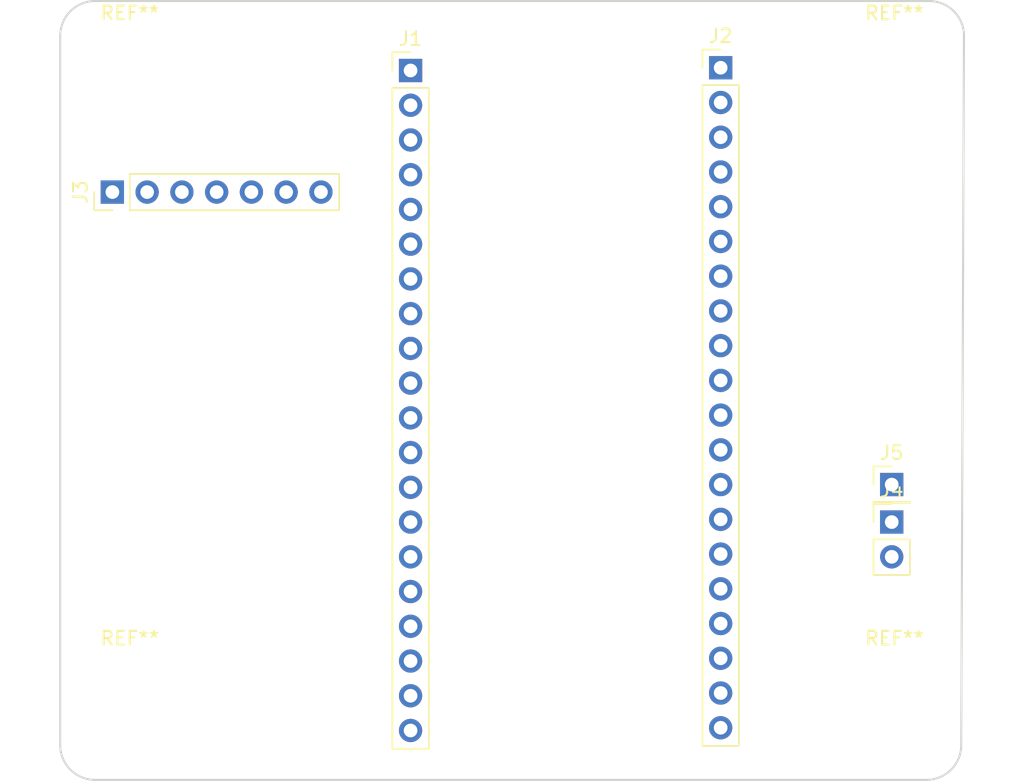
<source format=kicad_pcb>
(kicad_pcb (version 20171130) (host pcbnew 5.1.8-db9833491~88~ubuntu20.04.1)

  (general
    (thickness 1.6)
    (drawings 8)
    (tracks 0)
    (zones 0)
    (modules 9)
    (nets 42)
  )

  (page A4)
  (layers
    (0 F.Cu signal)
    (31 B.Cu signal)
    (32 B.Adhes user)
    (33 F.Adhes user)
    (34 B.Paste user)
    (35 F.Paste user)
    (36 B.SilkS user)
    (37 F.SilkS user)
    (38 B.Mask user)
    (39 F.Mask user)
    (40 Dwgs.User user)
    (41 Cmts.User user)
    (42 Eco1.User user)
    (43 Eco2.User user)
    (44 Edge.Cuts user)
    (45 Margin user)
    (46 B.CrtYd user)
    (47 F.CrtYd user)
    (48 B.Fab user)
    (49 F.Fab user)
  )

  (setup
    (last_trace_width 0.25)
    (user_trace_width 1)
    (trace_clearance 0.2)
    (zone_clearance 0.508)
    (zone_45_only no)
    (trace_min 0.2)
    (via_size 0.8)
    (via_drill 0.4)
    (via_min_size 0.4)
    (via_min_drill 0.3)
    (uvia_size 0.3)
    (uvia_drill 0.1)
    (uvias_allowed no)
    (uvia_min_size 0.2)
    (uvia_min_drill 0.1)
    (edge_width 0.05)
    (segment_width 0.2)
    (pcb_text_width 0.3)
    (pcb_text_size 1.5 1.5)
    (mod_edge_width 0.12)
    (mod_text_size 1 1)
    (mod_text_width 0.15)
    (pad_size 1.524 1.524)
    (pad_drill 0.762)
    (pad_to_mask_clearance 0)
    (aux_axis_origin 0 0)
    (visible_elements FFFFFF7F)
    (pcbplotparams
      (layerselection 0x01000_fffffffe)
      (usegerberextensions false)
      (usegerberattributes true)
      (usegerberadvancedattributes true)
      (creategerberjobfile true)
      (excludeedgelayer true)
      (linewidth 0.100000)
      (plotframeref false)
      (viasonmask false)
      (mode 1)
      (useauxorigin false)
      (hpglpennumber 1)
      (hpglpenspeed 20)
      (hpglpendiameter 15.000000)
      (psnegative false)
      (psa4output false)
      (plotreference true)
      (plotvalue true)
      (plotinvisibletext false)
      (padsonsilk false)
      (subtractmaskfromsilk false)
      (outputformat 1)
      (mirror false)
      (drillshape 0)
      (scaleselection 1)
      (outputdirectory ""))
  )

  (net 0 "")
  (net 1 "Net-(J1-Pad20)")
  (net 2 "Net-(J1-Pad19)")
  (net 3 "Net-(J1-Pad18)")
  (net 4 "Net-(J1-Pad17)")
  (net 5 "Net-(J1-Pad16)")
  (net 6 "Net-(J1-Pad15)")
  (net 7 "Net-(J1-Pad14)")
  (net 8 "Net-(J1-Pad13)")
  (net 9 "Net-(J1-Pad12)")
  (net 10 "Net-(J1-Pad11)")
  (net 11 "Net-(J1-Pad10)")
  (net 12 "Net-(J1-Pad9)")
  (net 13 "Net-(J1-Pad8)")
  (net 14 "Net-(J1-Pad7)")
  (net 15 "Net-(J1-Pad6)")
  (net 16 "Net-(J1-Pad5)")
  (net 17 "Net-(J1-Pad4)")
  (net 18 "Net-(J1-Pad3)")
  (net 19 "Net-(J1-Pad2)")
  (net 20 "Net-(J1-Pad1)")
  (net 21 "Net-(J2-Pad20)")
  (net 22 "Net-(J2-Pad19)")
  (net 23 "Net-(J2-Pad18)")
  (net 24 "Net-(J2-Pad17)")
  (net 25 "Net-(J2-Pad16)")
  (net 26 "Net-(J2-Pad15)")
  (net 27 "Net-(J2-Pad14)")
  (net 28 "Net-(J2-Pad13)")
  (net 29 "Net-(J2-Pad12)")
  (net 30 "Net-(J2-Pad11)")
  (net 31 "Net-(J2-Pad10)")
  (net 32 "Net-(J2-Pad9)")
  (net 33 "Net-(J2-Pad8)")
  (net 34 "Net-(J2-Pad7)")
  (net 35 "Net-(J2-Pad6)")
  (net 36 "Net-(J2-Pad5)")
  (net 37 "Net-(J2-Pad4)")
  (net 38 "Net-(J2-Pad3)")
  (net 39 "Net-(J2-Pad2)")
  (net 40 "Net-(J2-Pad1)")
  (net 41 "Net-(J3-Pad3)")

  (net_class Default "This is the default net class."
    (clearance 0.2)
    (trace_width 0.25)
    (via_dia 0.8)
    (via_drill 0.4)
    (uvia_dia 0.3)
    (uvia_drill 0.1)
    (add_net "Net-(J1-Pad1)")
    (add_net "Net-(J1-Pad10)")
    (add_net "Net-(J1-Pad11)")
    (add_net "Net-(J1-Pad12)")
    (add_net "Net-(J1-Pad13)")
    (add_net "Net-(J1-Pad14)")
    (add_net "Net-(J1-Pad15)")
    (add_net "Net-(J1-Pad16)")
    (add_net "Net-(J1-Pad17)")
    (add_net "Net-(J1-Pad18)")
    (add_net "Net-(J1-Pad19)")
    (add_net "Net-(J1-Pad2)")
    (add_net "Net-(J1-Pad20)")
    (add_net "Net-(J1-Pad3)")
    (add_net "Net-(J1-Pad4)")
    (add_net "Net-(J1-Pad5)")
    (add_net "Net-(J1-Pad6)")
    (add_net "Net-(J1-Pad7)")
    (add_net "Net-(J1-Pad8)")
    (add_net "Net-(J1-Pad9)")
    (add_net "Net-(J2-Pad1)")
    (add_net "Net-(J2-Pad10)")
    (add_net "Net-(J2-Pad11)")
    (add_net "Net-(J2-Pad12)")
    (add_net "Net-(J2-Pad13)")
    (add_net "Net-(J2-Pad14)")
    (add_net "Net-(J2-Pad15)")
    (add_net "Net-(J2-Pad16)")
    (add_net "Net-(J2-Pad17)")
    (add_net "Net-(J2-Pad18)")
    (add_net "Net-(J2-Pad19)")
    (add_net "Net-(J2-Pad2)")
    (add_net "Net-(J2-Pad20)")
    (add_net "Net-(J2-Pad3)")
    (add_net "Net-(J2-Pad4)")
    (add_net "Net-(J2-Pad5)")
    (add_net "Net-(J2-Pad6)")
    (add_net "Net-(J2-Pad7)")
    (add_net "Net-(J2-Pad8)")
    (add_net "Net-(J2-Pad9)")
    (add_net "Net-(J3-Pad3)")
  )

  (module MountingHole:MountingHole_3.2mm_M3 (layer F.Cu) (tedit 56D1B4CB) (tstamp 5FC2F0A9)
    (at -5.08 -6.35)
    (descr "Mounting Hole 3.2mm, no annular, M3")
    (tags "mounting hole 3.2mm no annular m3")
    (attr virtual)
    (fp_text reference REF** (at 0 -4.2) (layer F.SilkS)
      (effects (font (size 1 1) (thickness 0.15)))
    )
    (fp_text value MountingHole_3.2mm_M3 (at 0 4.2) (layer F.Fab)
      (effects (font (size 1 1) (thickness 0.15)))
    )
    (fp_circle (center 0 0) (end 3.2 0) (layer Cmts.User) (width 0.15))
    (fp_circle (center 0 0) (end 3.45 0) (layer F.CrtYd) (width 0.05))
    (fp_text user %R (at 0.3 0) (layer F.Fab)
      (effects (font (size 1 1) (thickness 0.15)))
    )
    (pad 1 np_thru_hole circle (at 0 0) (size 3.2 3.2) (drill 3.2) (layers *.Cu *.Mask))
  )

  (module MountingHole:MountingHole_3.2mm_M3 (layer F.Cu) (tedit 56D1B4CB) (tstamp 5FC2F08C)
    (at -60.96 -6.35)
    (descr "Mounting Hole 3.2mm, no annular, M3")
    (tags "mounting hole 3.2mm no annular m3")
    (attr virtual)
    (fp_text reference REF** (at 0 -4.2) (layer F.SilkS)
      (effects (font (size 1 1) (thickness 0.15)))
    )
    (fp_text value MountingHole_3.2mm_M3 (at 0 4.2) (layer F.Fab)
      (effects (font (size 1 1) (thickness 0.15)))
    )
    (fp_circle (center 0 0) (end 3.2 0) (layer Cmts.User) (width 0.15))
    (fp_circle (center 0 0) (end 3.45 0) (layer F.CrtYd) (width 0.05))
    (fp_text user %R (at 0.3 0) (layer F.Fab)
      (effects (font (size 1 1) (thickness 0.15)))
    )
    (pad 1 np_thru_hole circle (at 0 0) (size 3.2 3.2) (drill 3.2) (layers *.Cu *.Mask))
  )

  (module MountingHole:MountingHole_3.2mm_M3 (layer F.Cu) (tedit 56D1B4CB) (tstamp 5FC2F053)
    (at -60.96 -52.07)
    (descr "Mounting Hole 3.2mm, no annular, M3")
    (tags "mounting hole 3.2mm no annular m3")
    (attr virtual)
    (fp_text reference REF** (at 0 -4.2) (layer F.SilkS)
      (effects (font (size 1 1) (thickness 0.15)))
    )
    (fp_text value MountingHole_3.2mm_M3 (at 0 4.2) (layer F.Fab)
      (effects (font (size 1 1) (thickness 0.15)))
    )
    (fp_circle (center 0 0) (end 3.2 0) (layer Cmts.User) (width 0.15))
    (fp_circle (center 0 0) (end 3.45 0) (layer F.CrtYd) (width 0.05))
    (fp_text user %R (at 0.3 0) (layer F.Fab)
      (effects (font (size 1 1) (thickness 0.15)))
    )
    (pad 1 np_thru_hole circle (at 0 0) (size 3.2 3.2) (drill 3.2) (layers *.Cu *.Mask))
  )

  (module MountingHole:MountingHole_3.2mm_M3 (layer F.Cu) (tedit 56D1B4CB) (tstamp 5FC2F035)
    (at -5.08 -52.07)
    (descr "Mounting Hole 3.2mm, no annular, M3")
    (tags "mounting hole 3.2mm no annular m3")
    (attr virtual)
    (fp_text reference REF** (at 0 -4.2) (layer F.SilkS)
      (effects (font (size 1 1) (thickness 0.15)))
    )
    (fp_text value MountingHole_3.2mm_M3 (at 0 4.2) (layer F.Fab)
      (effects (font (size 1 1) (thickness 0.15)))
    )
    (fp_circle (center 0 0) (end 3.2 0) (layer Cmts.User) (width 0.15))
    (fp_circle (center 0 0) (end 3.45 0) (layer F.CrtYd) (width 0.05))
    (fp_text user %R (at 0.3 0) (layer F.Fab)
      (effects (font (size 1 1) (thickness 0.15)))
    )
    (pad 1 np_thru_hole circle (at 0 0) (size 3.2 3.2) (drill 3.2) (layers *.Cu *.Mask))
  )

  (module Connector_PinHeader_2.54mm:PinHeader_1x01_P2.54mm_Vertical (layer F.Cu) (tedit 59FED5CC) (tstamp 5FC0ADAD)
    (at -5.28 -21.79)
    (descr "Through hole straight pin header, 1x01, 2.54mm pitch, single row")
    (tags "Through hole pin header THT 1x01 2.54mm single row")
    (path /5FC0C89E)
    (fp_text reference J5 (at 0 -2.33) (layer F.SilkS)
      (effects (font (size 1 1) (thickness 0.15)))
    )
    (fp_text value ToTouchPlate (at 0 2.33) (layer F.Fab)
      (effects (font (size 1 1) (thickness 0.15)))
    )
    (fp_line (start -0.635 -1.27) (end 1.27 -1.27) (layer F.Fab) (width 0.1))
    (fp_line (start 1.27 -1.27) (end 1.27 1.27) (layer F.Fab) (width 0.1))
    (fp_line (start 1.27 1.27) (end -1.27 1.27) (layer F.Fab) (width 0.1))
    (fp_line (start -1.27 1.27) (end -1.27 -0.635) (layer F.Fab) (width 0.1))
    (fp_line (start -1.27 -0.635) (end -0.635 -1.27) (layer F.Fab) (width 0.1))
    (fp_line (start -1.33 1.33) (end 1.33 1.33) (layer F.SilkS) (width 0.12))
    (fp_line (start -1.33 1.27) (end -1.33 1.33) (layer F.SilkS) (width 0.12))
    (fp_line (start 1.33 1.27) (end 1.33 1.33) (layer F.SilkS) (width 0.12))
    (fp_line (start -1.33 1.27) (end 1.33 1.27) (layer F.SilkS) (width 0.12))
    (fp_line (start -1.33 0) (end -1.33 -1.33) (layer F.SilkS) (width 0.12))
    (fp_line (start -1.33 -1.33) (end 0 -1.33) (layer F.SilkS) (width 0.12))
    (fp_line (start -1.8 -1.8) (end -1.8 1.8) (layer F.CrtYd) (width 0.05))
    (fp_line (start -1.8 1.8) (end 1.8 1.8) (layer F.CrtYd) (width 0.05))
    (fp_line (start 1.8 1.8) (end 1.8 -1.8) (layer F.CrtYd) (width 0.05))
    (fp_line (start 1.8 -1.8) (end -1.8 -1.8) (layer F.CrtYd) (width 0.05))
    (fp_text user %R (at 0 0 90) (layer F.Fab)
      (effects (font (size 1 1) (thickness 0.15)))
    )
    (pad 1 thru_hole rect (at 0 0) (size 1.7 1.7) (drill 1) (layers *.Cu *.Mask)
      (net 28 "Net-(J2-Pad13)"))
    (model ${KISYS3DMOD}/Connector_PinHeader_2.54mm.3dshapes/PinHeader_1x01_P2.54mm_Vertical.wrl
      (at (xyz 0 0 0))
      (scale (xyz 1 1 1))
      (rotate (xyz 0 0 0))
    )
  )

  (module Connector_PinHeader_2.54mm:PinHeader_1x02_P2.54mm_Vertical (layer F.Cu) (tedit 59FED5CC) (tstamp 5FC0B3DA)
    (at -5.28 -19.05)
    (descr "Through hole straight pin header, 1x02, 2.54mm pitch, single row")
    (tags "Through hole pin header THT 1x02 2.54mm single row")
    (path /5FC0CC94)
    (fp_text reference J4 (at 0 -2.33) (layer F.SilkS)
      (effects (font (size 1 1) (thickness 0.15)))
    )
    (fp_text value ToConfigBtn (at 0 4.87) (layer F.Fab)
      (effects (font (size 1 1) (thickness 0.15)))
    )
    (fp_line (start -0.635 -1.27) (end 1.27 -1.27) (layer F.Fab) (width 0.1))
    (fp_line (start 1.27 -1.27) (end 1.27 3.81) (layer F.Fab) (width 0.1))
    (fp_line (start 1.27 3.81) (end -1.27 3.81) (layer F.Fab) (width 0.1))
    (fp_line (start -1.27 3.81) (end -1.27 -0.635) (layer F.Fab) (width 0.1))
    (fp_line (start -1.27 -0.635) (end -0.635 -1.27) (layer F.Fab) (width 0.1))
    (fp_line (start -1.33 3.87) (end 1.33 3.87) (layer F.SilkS) (width 0.12))
    (fp_line (start -1.33 1.27) (end -1.33 3.87) (layer F.SilkS) (width 0.12))
    (fp_line (start 1.33 1.27) (end 1.33 3.87) (layer F.SilkS) (width 0.12))
    (fp_line (start -1.33 1.27) (end 1.33 1.27) (layer F.SilkS) (width 0.12))
    (fp_line (start -1.33 0) (end -1.33 -1.33) (layer F.SilkS) (width 0.12))
    (fp_line (start -1.33 -1.33) (end 0 -1.33) (layer F.SilkS) (width 0.12))
    (fp_line (start -1.8 -1.8) (end -1.8 4.35) (layer F.CrtYd) (width 0.05))
    (fp_line (start -1.8 4.35) (end 1.8 4.35) (layer F.CrtYd) (width 0.05))
    (fp_line (start 1.8 4.35) (end 1.8 -1.8) (layer F.CrtYd) (width 0.05))
    (fp_line (start 1.8 -1.8) (end -1.8 -1.8) (layer F.CrtYd) (width 0.05))
    (fp_text user %R (at 0 1.27 90) (layer F.Fab)
      (effects (font (size 1 1) (thickness 0.15)))
    )
    (pad 2 thru_hole oval (at 0 2.54) (size 1.7 1.7) (drill 1) (layers *.Cu *.Mask)
      (net 24 "Net-(J2-Pad17)"))
    (pad 1 thru_hole rect (at 0 0) (size 1.7 1.7) (drill 1) (layers *.Cu *.Mask)
      (net 26 "Net-(J2-Pad15)"))
    (model ${KISYS3DMOD}/Connector_PinHeader_2.54mm.3dshapes/PinHeader_1x02_P2.54mm_Vertical.wrl
      (at (xyz 0 0 0))
      (scale (xyz 1 1 1))
      (rotate (xyz 0 0 0))
    )
  )

  (module Connector_PinHeader_2.54mm:PinHeader_1x07_P2.54mm_Vertical (layer F.Cu) (tedit 59FED5CC) (tstamp 5FC0AD82)
    (at -62.23 -43.18 90)
    (descr "Through hole straight pin header, 1x07, 2.54mm pitch, single row")
    (tags "Through hole pin header THT 1x07 2.54mm single row")
    (path /5FC0835B)
    (fp_text reference J3 (at 0 -2.33 90) (layer F.SilkS)
      (effects (font (size 1 1) (thickness 0.15)))
    )
    (fp_text value I2SBoard (at 0 17.57 90) (layer F.Fab)
      (effects (font (size 1 1) (thickness 0.15)))
    )
    (fp_line (start -0.635 -1.27) (end 1.27 -1.27) (layer F.Fab) (width 0.1))
    (fp_line (start 1.27 -1.27) (end 1.27 16.51) (layer F.Fab) (width 0.1))
    (fp_line (start 1.27 16.51) (end -1.27 16.51) (layer F.Fab) (width 0.1))
    (fp_line (start -1.27 16.51) (end -1.27 -0.635) (layer F.Fab) (width 0.1))
    (fp_line (start -1.27 -0.635) (end -0.635 -1.27) (layer F.Fab) (width 0.1))
    (fp_line (start -1.33 16.57) (end 1.33 16.57) (layer F.SilkS) (width 0.12))
    (fp_line (start -1.33 1.27) (end -1.33 16.57) (layer F.SilkS) (width 0.12))
    (fp_line (start 1.33 1.27) (end 1.33 16.57) (layer F.SilkS) (width 0.12))
    (fp_line (start -1.33 1.27) (end 1.33 1.27) (layer F.SilkS) (width 0.12))
    (fp_line (start -1.33 0) (end -1.33 -1.33) (layer F.SilkS) (width 0.12))
    (fp_line (start -1.33 -1.33) (end 0 -1.33) (layer F.SilkS) (width 0.12))
    (fp_line (start -1.8 -1.8) (end -1.8 17.05) (layer F.CrtYd) (width 0.05))
    (fp_line (start -1.8 17.05) (end 1.8 17.05) (layer F.CrtYd) (width 0.05))
    (fp_line (start 1.8 17.05) (end 1.8 -1.8) (layer F.CrtYd) (width 0.05))
    (fp_line (start 1.8 -1.8) (end -1.8 -1.8) (layer F.CrtYd) (width 0.05))
    (fp_text user %R (at 0 7.62) (layer F.Fab)
      (effects (font (size 1 1) (thickness 0.15)))
    )
    (pad 7 thru_hole oval (at 0 15.24 90) (size 1.7 1.7) (drill 1) (layers *.Cu *.Mask)
      (net 11 "Net-(J1-Pad10)"))
    (pad 6 thru_hole oval (at 0 12.7 90) (size 1.7 1.7) (drill 1) (layers *.Cu *.Mask)
      (net 10 "Net-(J1-Pad11)"))
    (pad 5 thru_hole oval (at 0 10.16 90) (size 1.7 1.7) (drill 1) (layers *.Cu *.Mask)
      (net 12 "Net-(J1-Pad9)"))
    (pad 4 thru_hole oval (at 0 7.62 90) (size 1.7 1.7) (drill 1) (layers *.Cu *.Mask)
      (net 5 "Net-(J1-Pad16)"))
    (pad 3 thru_hole oval (at 0 5.08 90) (size 1.7 1.7) (drill 1) (layers *.Cu *.Mask)
      (net 41 "Net-(J3-Pad3)"))
    (pad 2 thru_hole oval (at 0 2.54 90) (size 1.7 1.7) (drill 1) (layers *.Cu *.Mask)
      (net 4 "Net-(J1-Pad17)"))
    (pad 1 thru_hole rect (at 0 0 90) (size 1.7 1.7) (drill 1) (layers *.Cu *.Mask)
      (net 2 "Net-(J1-Pad19)"))
    (model ${KISYS3DMOD}/Connector_PinHeader_2.54mm.3dshapes/PinHeader_1x07_P2.54mm_Vertical.wrl
      (at (xyz 0 0 0))
      (scale (xyz 1 1 1))
      (rotate (xyz 0 0 0))
    )
  )

  (module Connector_PinHeader_2.54mm:PinHeader_1x20_P2.54mm_Vertical (layer F.Cu) (tedit 59FED5CC) (tstamp 5FC0AD67)
    (at -17.78 -52.27)
    (descr "Through hole straight pin header, 1x20, 2.54mm pitch, single row")
    (tags "Through hole pin header THT 1x20 2.54mm single row")
    (path /5FC07656)
    (fp_text reference J2 (at 0 -2.33) (layer F.SilkS)
      (effects (font (size 1 1) (thickness 0.15)))
    )
    (fp_text value ESPThingRightSide (at 0 50.59) (layer F.Fab)
      (effects (font (size 1 1) (thickness 0.15)))
    )
    (fp_line (start -0.635 -1.27) (end 1.27 -1.27) (layer F.Fab) (width 0.1))
    (fp_line (start 1.27 -1.27) (end 1.27 49.53) (layer F.Fab) (width 0.1))
    (fp_line (start 1.27 49.53) (end -1.27 49.53) (layer F.Fab) (width 0.1))
    (fp_line (start -1.27 49.53) (end -1.27 -0.635) (layer F.Fab) (width 0.1))
    (fp_line (start -1.27 -0.635) (end -0.635 -1.27) (layer F.Fab) (width 0.1))
    (fp_line (start -1.33 49.59) (end 1.33 49.59) (layer F.SilkS) (width 0.12))
    (fp_line (start -1.33 1.27) (end -1.33 49.59) (layer F.SilkS) (width 0.12))
    (fp_line (start 1.33 1.27) (end 1.33 49.59) (layer F.SilkS) (width 0.12))
    (fp_line (start -1.33 1.27) (end 1.33 1.27) (layer F.SilkS) (width 0.12))
    (fp_line (start -1.33 0) (end -1.33 -1.33) (layer F.SilkS) (width 0.12))
    (fp_line (start -1.33 -1.33) (end 0 -1.33) (layer F.SilkS) (width 0.12))
    (fp_line (start -1.8 -1.8) (end -1.8 50.05) (layer F.CrtYd) (width 0.05))
    (fp_line (start -1.8 50.05) (end 1.8 50.05) (layer F.CrtYd) (width 0.05))
    (fp_line (start 1.8 50.05) (end 1.8 -1.8) (layer F.CrtYd) (width 0.05))
    (fp_line (start 1.8 -1.8) (end -1.8 -1.8) (layer F.CrtYd) (width 0.05))
    (fp_text user %R (at 0 24.13 90) (layer F.Fab)
      (effects (font (size 1 1) (thickness 0.15)))
    )
    (pad 20 thru_hole oval (at 0 48.26) (size 1.7 1.7) (drill 1) (layers *.Cu *.Mask)
      (net 21 "Net-(J2-Pad20)"))
    (pad 19 thru_hole oval (at 0 45.72) (size 1.7 1.7) (drill 1) (layers *.Cu *.Mask)
      (net 22 "Net-(J2-Pad19)"))
    (pad 18 thru_hole oval (at 0 43.18) (size 1.7 1.7) (drill 1) (layers *.Cu *.Mask)
      (net 23 "Net-(J2-Pad18)"))
    (pad 17 thru_hole oval (at 0 40.64) (size 1.7 1.7) (drill 1) (layers *.Cu *.Mask)
      (net 24 "Net-(J2-Pad17)"))
    (pad 16 thru_hole oval (at 0 38.1) (size 1.7 1.7) (drill 1) (layers *.Cu *.Mask)
      (net 25 "Net-(J2-Pad16)"))
    (pad 15 thru_hole oval (at 0 35.56) (size 1.7 1.7) (drill 1) (layers *.Cu *.Mask)
      (net 26 "Net-(J2-Pad15)"))
    (pad 14 thru_hole oval (at 0 33.02) (size 1.7 1.7) (drill 1) (layers *.Cu *.Mask)
      (net 27 "Net-(J2-Pad14)"))
    (pad 13 thru_hole oval (at 0 30.48) (size 1.7 1.7) (drill 1) (layers *.Cu *.Mask)
      (net 28 "Net-(J2-Pad13)"))
    (pad 12 thru_hole oval (at 0 27.94) (size 1.7 1.7) (drill 1) (layers *.Cu *.Mask)
      (net 29 "Net-(J2-Pad12)"))
    (pad 11 thru_hole oval (at 0 25.4) (size 1.7 1.7) (drill 1) (layers *.Cu *.Mask)
      (net 30 "Net-(J2-Pad11)"))
    (pad 10 thru_hole oval (at 0 22.86) (size 1.7 1.7) (drill 1) (layers *.Cu *.Mask)
      (net 31 "Net-(J2-Pad10)"))
    (pad 9 thru_hole oval (at 0 20.32) (size 1.7 1.7) (drill 1) (layers *.Cu *.Mask)
      (net 32 "Net-(J2-Pad9)"))
    (pad 8 thru_hole oval (at 0 17.78) (size 1.7 1.7) (drill 1) (layers *.Cu *.Mask)
      (net 33 "Net-(J2-Pad8)"))
    (pad 7 thru_hole oval (at 0 15.24) (size 1.7 1.7) (drill 1) (layers *.Cu *.Mask)
      (net 34 "Net-(J2-Pad7)"))
    (pad 6 thru_hole oval (at 0 12.7) (size 1.7 1.7) (drill 1) (layers *.Cu *.Mask)
      (net 35 "Net-(J2-Pad6)"))
    (pad 5 thru_hole oval (at 0 10.16) (size 1.7 1.7) (drill 1) (layers *.Cu *.Mask)
      (net 36 "Net-(J2-Pad5)"))
    (pad 4 thru_hole oval (at 0 7.62) (size 1.7 1.7) (drill 1) (layers *.Cu *.Mask)
      (net 37 "Net-(J2-Pad4)"))
    (pad 3 thru_hole oval (at 0 5.08) (size 1.7 1.7) (drill 1) (layers *.Cu *.Mask)
      (net 38 "Net-(J2-Pad3)"))
    (pad 2 thru_hole oval (at 0 2.54) (size 1.7 1.7) (drill 1) (layers *.Cu *.Mask)
      (net 39 "Net-(J2-Pad2)"))
    (pad 1 thru_hole rect (at 0 0) (size 1.7 1.7) (drill 1) (layers *.Cu *.Mask)
      (net 40 "Net-(J2-Pad1)"))
    (model ${KISYS3DMOD}/Connector_PinHeader_2.54mm.3dshapes/PinHeader_1x20_P2.54mm_Vertical.wrl
      (at (xyz 0 0 0))
      (scale (xyz 1 1 1))
      (rotate (xyz 0 0 0))
    )
  )

  (module Connector_PinHeader_2.54mm:PinHeader_1x20_P2.54mm_Vertical (layer F.Cu) (tedit 59FED5CC) (tstamp 5FC0AD3F)
    (at -40.44 -52.07)
    (descr "Through hole straight pin header, 1x20, 2.54mm pitch, single row")
    (tags "Through hole pin header THT 1x20 2.54mm single row")
    (path /5FC06139)
    (fp_text reference J1 (at 0 -2.33) (layer F.SilkS)
      (effects (font (size 1 1) (thickness 0.15)))
    )
    (fp_text value ESPThingLeftSide (at 0 50.59) (layer F.Fab)
      (effects (font (size 1 1) (thickness 0.15)))
    )
    (fp_line (start -0.635 -1.27) (end 1.27 -1.27) (layer F.Fab) (width 0.1))
    (fp_line (start 1.27 -1.27) (end 1.27 49.53) (layer F.Fab) (width 0.1))
    (fp_line (start 1.27 49.53) (end -1.27 49.53) (layer F.Fab) (width 0.1))
    (fp_line (start -1.27 49.53) (end -1.27 -0.635) (layer F.Fab) (width 0.1))
    (fp_line (start -1.27 -0.635) (end -0.635 -1.27) (layer F.Fab) (width 0.1))
    (fp_line (start -1.33 49.59) (end 1.33 49.59) (layer F.SilkS) (width 0.12))
    (fp_line (start -1.33 1.27) (end -1.33 49.59) (layer F.SilkS) (width 0.12))
    (fp_line (start 1.33 1.27) (end 1.33 49.59) (layer F.SilkS) (width 0.12))
    (fp_line (start -1.33 1.27) (end 1.33 1.27) (layer F.SilkS) (width 0.12))
    (fp_line (start -1.33 0) (end -1.33 -1.33) (layer F.SilkS) (width 0.12))
    (fp_line (start -1.33 -1.33) (end 0 -1.33) (layer F.SilkS) (width 0.12))
    (fp_line (start -1.8 -1.8) (end -1.8 50.05) (layer F.CrtYd) (width 0.05))
    (fp_line (start -1.8 50.05) (end 1.8 50.05) (layer F.CrtYd) (width 0.05))
    (fp_line (start 1.8 50.05) (end 1.8 -1.8) (layer F.CrtYd) (width 0.05))
    (fp_line (start 1.8 -1.8) (end -1.8 -1.8) (layer F.CrtYd) (width 0.05))
    (fp_text user %R (at 0 24.13 90) (layer F.Fab)
      (effects (font (size 1 1) (thickness 0.15)))
    )
    (pad 20 thru_hole oval (at 0 48.26) (size 1.7 1.7) (drill 1) (layers *.Cu *.Mask)
      (net 1 "Net-(J1-Pad20)"))
    (pad 19 thru_hole oval (at 0 45.72) (size 1.7 1.7) (drill 1) (layers *.Cu *.Mask)
      (net 2 "Net-(J1-Pad19)"))
    (pad 18 thru_hole oval (at 0 43.18) (size 1.7 1.7) (drill 1) (layers *.Cu *.Mask)
      (net 3 "Net-(J1-Pad18)"))
    (pad 17 thru_hole oval (at 0 40.64) (size 1.7 1.7) (drill 1) (layers *.Cu *.Mask)
      (net 4 "Net-(J1-Pad17)"))
    (pad 16 thru_hole oval (at 0 38.1) (size 1.7 1.7) (drill 1) (layers *.Cu *.Mask)
      (net 5 "Net-(J1-Pad16)"))
    (pad 15 thru_hole oval (at 0 35.56) (size 1.7 1.7) (drill 1) (layers *.Cu *.Mask)
      (net 6 "Net-(J1-Pad15)"))
    (pad 14 thru_hole oval (at 0 33.02) (size 1.7 1.7) (drill 1) (layers *.Cu *.Mask)
      (net 7 "Net-(J1-Pad14)"))
    (pad 13 thru_hole oval (at 0 30.48) (size 1.7 1.7) (drill 1) (layers *.Cu *.Mask)
      (net 8 "Net-(J1-Pad13)"))
    (pad 12 thru_hole oval (at 0 27.94) (size 1.7 1.7) (drill 1) (layers *.Cu *.Mask)
      (net 9 "Net-(J1-Pad12)"))
    (pad 11 thru_hole oval (at 0 25.4) (size 1.7 1.7) (drill 1) (layers *.Cu *.Mask)
      (net 10 "Net-(J1-Pad11)"))
    (pad 10 thru_hole oval (at 0 22.86) (size 1.7 1.7) (drill 1) (layers *.Cu *.Mask)
      (net 11 "Net-(J1-Pad10)"))
    (pad 9 thru_hole oval (at 0 20.32) (size 1.7 1.7) (drill 1) (layers *.Cu *.Mask)
      (net 12 "Net-(J1-Pad9)"))
    (pad 8 thru_hole oval (at 0 17.78) (size 1.7 1.7) (drill 1) (layers *.Cu *.Mask)
      (net 13 "Net-(J1-Pad8)"))
    (pad 7 thru_hole oval (at 0 15.24) (size 1.7 1.7) (drill 1) (layers *.Cu *.Mask)
      (net 14 "Net-(J1-Pad7)"))
    (pad 6 thru_hole oval (at 0 12.7) (size 1.7 1.7) (drill 1) (layers *.Cu *.Mask)
      (net 15 "Net-(J1-Pad6)"))
    (pad 5 thru_hole oval (at 0 10.16) (size 1.7 1.7) (drill 1) (layers *.Cu *.Mask)
      (net 16 "Net-(J1-Pad5)"))
    (pad 4 thru_hole oval (at 0 7.62) (size 1.7 1.7) (drill 1) (layers *.Cu *.Mask)
      (net 17 "Net-(J1-Pad4)"))
    (pad 3 thru_hole oval (at 0 5.08) (size 1.7 1.7) (drill 1) (layers *.Cu *.Mask)
      (net 18 "Net-(J1-Pad3)"))
    (pad 2 thru_hole oval (at 0 2.54) (size 1.7 1.7) (drill 1) (layers *.Cu *.Mask)
      (net 19 "Net-(J1-Pad2)"))
    (pad 1 thru_hole rect (at 0 0) (size 1.7 1.7) (drill 1) (layers *.Cu *.Mask)
      (net 20 "Net-(J1-Pad1)"))
    (model ${KISYS3DMOD}/Connector_PinHeader_2.54mm.3dshapes/PinHeader_1x20_P2.54mm_Vertical.wrl
      (at (xyz 0 0 0))
      (scale (xyz 1 1 1))
      (rotate (xyz 0 0 0))
    )
  )

  (gr_arc (start -63.5 -2.74) (end -66.04 -2.74) (angle -90) (layer Edge.Cuts) (width 0.15))
  (gr_line (start -66.04 -54.61) (end -66.04 -2.74) (layer Edge.Cuts) (width 0.15) (tstamp 5FC6D5FF))
  (gr_line (start 0 -54.61) (end -0.2 -2.74) (layer Edge.Cuts) (width 0.15))
  (gr_line (start -63.5 -0.2) (end -2.74 -0.2) (layer Edge.Cuts) (width 0.15))
  (gr_arc (start -2.74 -2.74) (end -2.74 -0.2) (angle -90) (layer Edge.Cuts) (width 0.15))
  (gr_line (start -63.5 -57.15) (end -2.54 -57.15) (layer Edge.Cuts) (width 0.15) (tstamp 5FC13943))
  (gr_arc (start -63.5 -54.61) (end -63.5 -57.15) (angle -90) (layer Edge.Cuts) (width 0.15))
  (gr_arc (start -2.54 -54.61) (end 0 -54.61) (angle -90) (layer Edge.Cuts) (width 0.15))

)

</source>
